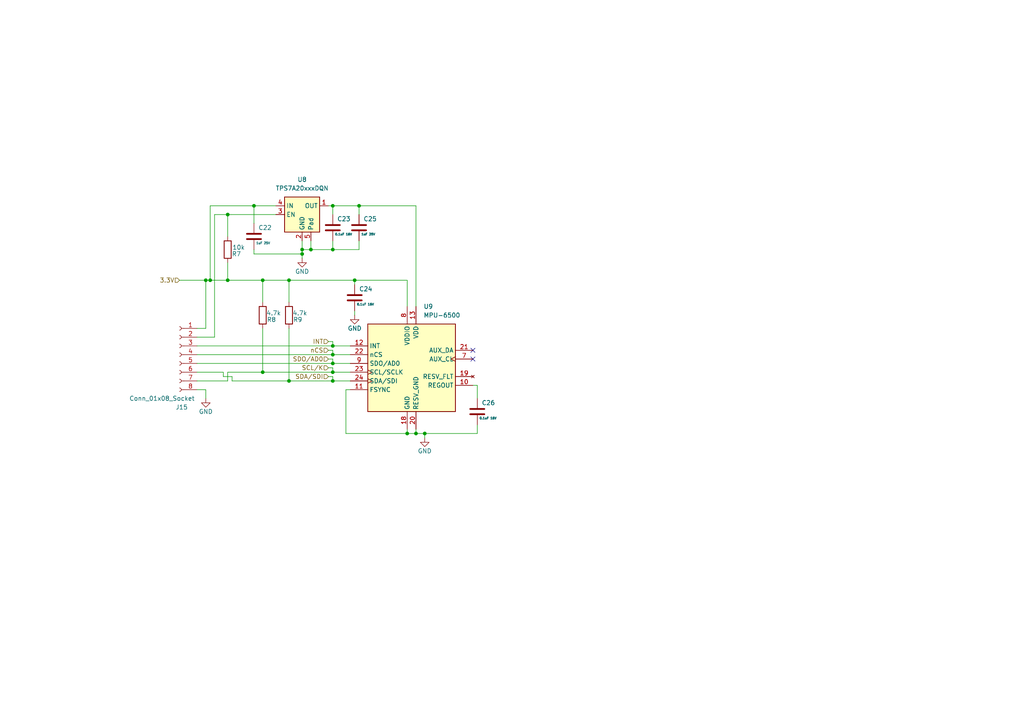
<source format=kicad_sch>
(kicad_sch (version 20231120) (generator "eeschema") (generator_version "8.0")
  (paper "A4")
  (lib_symbols
    (symbol "Connector:Conn_01x08_Socket" (pin_names (offset 1.016) hide)
      (property "Reference" "J" (at 0 10.16 0))
      (property "Value" "Conn_01x08_Socket" (at 0 -12.7 0))
      (symbol "Conn_01x08_Socket_1_1"
        (arc (start 0 -9.652) (mid -0.5058 -10.16) (end 0 -10.668) (stroke (width 0.1524)))
        (arc (start 0 -7.112) (mid -0.5058 -7.62) (end 0 -8.128) (stroke (width 0.1524)))
        (arc (start 0 -4.572) (mid -0.5058 -5.08) (end 0 -5.588) (stroke (width 0.1524)))
        (arc (start 0 -2.032) (mid -0.5058 -2.54) (end 0 -3.048) (stroke (width 0.1524)))
        (polyline (pts (xy -1.27 -10.16) (xy -0.508 -10.16)) (stroke (width 0.1524)))
        (polyline (pts (xy -1.27 -7.62) (xy -0.508 -7.62)) (stroke (width 0.1524)))
        (polyline (pts (xy -1.27 -5.08) (xy -0.508 -5.08)) (stroke (width 0.1524)))
        (polyline (pts (xy -1.27 -2.54) (xy -0.508 -2.54)) (stroke (width 0.1524)))
        (polyline (pts (xy -1.27 0) (xy -0.508 0)) (stroke (width 0.1524)))
        (polyline (pts (xy -1.27 2.54) (xy -0.508 2.54)) (stroke (width 0.1524)))
        (polyline (pts (xy -1.27 5.08) (xy -0.508 5.08)) (stroke (width 0.1524)))
        (polyline (pts (xy -1.27 7.62) (xy -0.508 7.62)) (stroke (width 0.1524)))
        (arc (start 0 0.508) (mid -0.5058 0) (end 0 -0.508) (stroke (width 0.1524)))
        (arc (start 0 3.048) (mid -0.5058 2.54) (end 0 2.032) (stroke (width 0.1524)))
        (arc (start 0 5.588) (mid -0.5058 5.08) (end 0 4.572) (stroke (width 0.1524)))
        (arc (start 0 8.128) (mid -0.5058 7.62) (end 0 7.112) (stroke (width 0.1524)))
        (pin passive line (at -5.08 7.62 0) (length 3.81) (name "Pin_1") (number "1"))
        (pin passive line (at -5.08 5.08 0) (length 3.81) (name "Pin_2") (number "2"))
        (pin passive line (at -5.08 2.54 0) (length 3.81) (name "Pin_3") (number "3"))
        (pin passive line (at -5.08 0 0) (length 3.81) (name "Pin_4") (number "4"))
        (pin passive line (at -5.08 -2.54 0) (length 3.81) (name "Pin_5") (number "5"))
        (pin passive line (at -5.08 -5.08 0) (length 3.81) (name "Pin_6") (number "6"))
        (pin passive line (at -5.08 -7.62 0) (length 3.81) (name "Pin_7") (number "7"))
        (pin passive line (at -5.08 -10.16 0) (length 3.81) (name "Pin_8") (number "8"))
      )
    )
    (symbol "Device:C" (pin_numbers hide) (pin_names (offset 0.254))
      (property "Reference" "C" (at 0.635 2.54 0))
      (property "Value" "C" (at 0.635 -2.54 0))
      (symbol "C_0_1"
        (polyline (pts (xy -2.032 -0.762) (xy 2.032 -0.762)) (stroke (width 0.508)))
        (polyline (pts (xy -2.032 0.762) (xy 2.032 0.762)) (stroke (width 0.508)))
      )
      (symbol "C_1_1"
        (pin passive line (at 0 3.81 270) (length 2.794) (name "~") (number "1"))
        (pin passive line (at 0 -3.81 90) (length 2.794) (name "~") (number "2"))
      )
    )
    (symbol "Device:R" (pin_numbers hide) (pin_names (offset 0))
      (property "Reference" "R" (at 2.032 0 90))
      (property "Value" "R" (at 0 0 90))
      (symbol "R_0_1"
        (rectangle (start -1.016 -2.54) (end 1.016 2.54) (stroke (width 0.254)))
      )
      (symbol "R_1_1"
        (pin passive line (at 0 3.81 270) (length 1.27) (name "~") (number "1"))
        (pin passive line (at 0 -3.81 90) (length 1.27) (name "~") (number "2"))
      )
    )
    (symbol "LesniakM_lib:MPU-6500"
      (property "Reference" "U" (at -11.43 13.97 0))
      (property "Value" "MPU-6500" (at 7.62 13.97 0))
      (symbol "MPU-6500_0_1"
        (rectangle (start -12.7 12.7) (end 12.7 -12.7) (stroke (width 0.254)) (fill (type background)))
      )
      (symbol "MPU-6500_1_1"
        (pin no_connect line (at -17.78 -10.16 0) (length 5.08) hide (name "NC") (number "1"))
        (pin passive line (at 17.78 -5.08 180) (length 5.08) (name "REGOUT") (number "10"))
        (pin output line (at -17.78 -6.35 0) (length 5.08) (name "FSYNC") (number "11"))
        (pin output line (at -17.78 6.35 0) (length 5.08) (name "INT") (number "12"))
        (pin no_connect line (at 12.7 -10.16 180) (length 5.08) hide (name "NC") (number "13"))
        (pin power_in line (at 1.27 17.78 270) (length 5.08) (name "VDD") (number "13"))
        (pin no_connect line (at 12.7 -10.16 180) (length 5.08) hide (name "NC") (number "14"))
        (pin no_connect line (at 12.7 -10.16 180) (length 5.08) hide (name "NC") (number "15"))
        (pin no_connect line (at 12.7 -10.16 180) (length 5.08) hide (name "NC") (number "16"))
        (pin no_connect line (at 12.7 -10.16 180) (length 5.08) hide (name "NC") (number "17"))
        (pin power_in line (at -1.27 -17.78 90) (length 5.08) (name "GND") (number "18"))
        (pin no_connect line (at 17.78 -2.54 180) (length 5.08) (name "RESV_FLT") (number "19"))
        (pin no_connect line (at -17.78 -10.16 0) (length 5.08) hide (name "NC") (number "2"))
        (pin passive line (at 1.27 -17.78 90) (length 5.08) (name "RESV_GND") (number "20"))
        (pin bidirectional line (at 17.78 5.08 180) (length 5.08) (name "AUX_DA") (number "21"))
        (pin input line (at -17.78 3.81 0) (length 5.08) (name "nCS") (number "22"))
        (pin output clock (at -17.78 -1.27 0) (length 5.08) (name "SCL/SCLK") (number "23"))
        (pin bidirectional clock (at -17.78 -3.81 0) (length 5.08) (name "SDA/SDI") (number "24"))
        (pin no_connect line (at -17.78 -10.16 0) (length 5.08) hide (name "NC") (number "3"))
        (pin no_connect line (at -17.78 -10.16 0) (length 5.08) hide (name "NC") (number "4"))
        (pin no_connect line (at -17.78 -10.16 0) (length 5.08) hide (name "NC") (number "5"))
        (pin no_connect line (at -17.78 -10.16 0) (length 5.08) hide (name "NC") (number "6"))
        (pin output clock (at 17.78 2.54 180) (length 5.08) (name "AUX_CL") (number "7"))
        (pin power_in line (at -1.27 17.78 270) (length 5.08) (name "VDDIO") (number "8"))
        (pin output line (at -17.78 1.27 0) (length 5.08) (name "SDO/AD0") (number "9"))
      )
    )
    (symbol "Regulator_Linear:TPS7A20xxxDQN"
      (property "Reference" "U" (at -3.81 6.35 0))
      (property "Value" "TPS7A20xxxDQN" (at 6.35 6.35 0))
      (symbol "TPS7A20xxxDQN_0_1"
        (rectangle (start -5.08 5.08) (end 5.08 -5.08) (stroke (width 0.254)) (fill (type background)))
        (pin power_out line (at 7.62 2.54 180) (length 2.54) (name "OUT") (number "1"))
        (pin power_in line (at 0 -7.62 90) (length 2.54) (name "GND") (number "2"))
        (pin input line (at -7.62 0 0) (length 2.54) (name "EN") (number "3"))
        (pin power_in line (at -7.62 2.54 0) (length 2.54) (name "IN") (number "4"))
      )
      (symbol "TPS7A20xxxDQN_1_1"
        (pin passive line (at 2.54 -7.62 90) (length 2.54) (name "Pad") (number "5"))
      )
    )
    (symbol "power:GND" (power) (pin_numbers hide) (pin_names (offset 0) hide)
      (property "Value" "GND" (at 0 -3.81 0))
      (symbol "GND_0_1"
        (polyline (pts (xy 0 0) (xy 0 -1.27) (xy 1.27 -1.27) (xy 0 -2.54) (xy -1.27 -1.27) (xy 0 -1.27)))
      )
      (symbol "GND_1_1"
        (pin power_in line (at 0 0 270) (length 0) (name "~") (number "1"))
      )
    )
  )
  (junction (at 96.52 110.49))
  (junction (at 96.52 100.33))
  (junction (at 96.52 107.95))
  (junction (at 87.63 72.39))
  (junction (at 66.04 81.28))
  (junction (at 76.2 107.95))
  (junction (at 123.19 125.73))
  (junction (at 96.52 102.87))
  (junction (at 118.11 125.73))
  (junction (at 66.04 62.23))
  (junction (at 96.52 105.41))
  (junction (at 104.14 59.69))
  (junction (at 83.82 110.49))
  (junction (at 83.82 81.28))
  (junction (at 102.87 81.28))
  (junction (at 73.66 59.69))
  (junction (at 96.52 72.39))
  (junction (at 59.69 81.28))
  (junction (at 76.2 81.28))
  (junction (at 90.17 72.39))
  (junction (at 96.52 59.69))
  (junction (at 87.63 73.66))
  (junction (at 120.65 125.73))
  (junction (at 60.96 81.28))
  (no_connect (at 137.16 101.6))
  (no_connect (at 137.16 104.14))
  (wire (pts (xy 118.11 124.46) (xy 118.11 125.73)))
  (wire (pts (xy 66.04 76.2) (xy 66.04 81.28)))
  (wire (pts (xy 80.01 62.23) (xy 66.04 62.23)))
  (wire (pts (xy 120.65 124.46) (xy 120.65 125.73)))
  (wire (pts (xy 95.25 106.68) (xy 96.52 106.68)))
  (wire (pts (xy 90.17 69.85) (xy 90.17 72.39)))
  (wire (pts (xy 60.96 81.28) (xy 60.96 59.69)))
  (wire (pts (xy 96.52 59.69) (xy 96.52 62.23)))
  (wire (pts (xy 96.52 109.22) (xy 96.52 110.49)))
  (wire (pts (xy 66.04 107.95) (xy 66.04 110.49)))
  (wire (pts (xy 57.15 110.49) (xy 66.04 110.49)))
  (wire (pts (xy 57.15 100.33) (xy 96.52 100.33)))
  (wire (pts (xy 76.2 81.28) (xy 76.2 87.63)))
  (wire (pts (xy 95.25 101.6) (xy 96.52 101.6)))
  (wire (pts (xy 73.66 59.69) (xy 80.01 59.69)))
  (wire (pts (xy 102.87 81.28) (xy 118.11 81.28)))
  (wire (pts (xy 95.25 109.22) (xy 96.52 109.22)))
  (wire (pts (xy 96.52 59.69) (xy 104.14 59.69)))
  (wire (pts (xy 73.66 72.39) (xy 73.66 73.66)))
  (wire (pts (xy 76.2 81.28) (xy 83.82 81.28)))
  (wire (pts (xy 87.63 73.66) (xy 87.63 74.93)))
  (wire (pts (xy 120.65 125.73) (xy 123.19 125.73)))
  (wire (pts (xy 96.52 104.14) (xy 96.52 105.41)))
  (wire (pts (xy 66.04 107.95) (xy 76.2 107.95)))
  (wire (pts (xy 66.04 62.23) (xy 66.04 68.58)))
  (wire (pts (xy 83.82 95.25) (xy 83.82 110.49)))
  (wire (pts (xy 96.52 102.87) (xy 101.6 102.87)))
  (wire (pts (xy 123.19 125.73) (xy 138.43 125.73)))
  (wire (pts (xy 59.69 95.25) (xy 57.15 95.25)))
  (wire (pts (xy 102.87 81.28) (xy 102.87 82.55)))
  (wire (pts (xy 123.19 125.73) (xy 123.19 127)))
  (wire (pts (xy 87.63 69.85) (xy 87.63 72.39)))
  (wire (pts (xy 96.52 110.49) (xy 101.6 110.49)))
  (wire (pts (xy 64.77 109.22) (xy 67.31 109.22)))
  (wire (pts (xy 76.2 107.95) (xy 96.52 107.95)))
  (wire (pts (xy 60.96 59.69) (xy 73.66 59.69)))
  (wire (pts (xy 52.07 81.28) (xy 59.69 81.28)))
  (wire (pts (xy 73.66 64.77) (xy 73.66 59.69)))
  (wire (pts (xy 96.52 106.68) (xy 96.52 107.95)))
  (wire (pts (xy 104.14 59.69) (xy 120.65 59.69)))
  (wire (pts (xy 96.52 100.33) (xy 101.6 100.33)))
  (wire (pts (xy 57.15 107.95) (xy 64.77 107.95)))
  (wire (pts (xy 95.25 99.06) (xy 96.52 99.06)))
  (wire (pts (xy 62.23 62.23) (xy 62.23 97.79)))
  (wire (pts (xy 59.69 81.28) (xy 59.69 95.25)))
  (wire (pts (xy 83.82 110.49) (xy 96.52 110.49)))
  (wire (pts (xy 60.96 81.28) (xy 66.04 81.28)))
  (wire (pts (xy 57.15 113.03) (xy 59.69 113.03)))
  (wire (pts (xy 90.17 72.39) (xy 96.52 72.39)))
  (wire (pts (xy 67.31 110.49) (xy 83.82 110.49)))
  (wire (pts (xy 76.2 95.25) (xy 76.2 107.95)))
  (wire (pts (xy 120.65 59.69) (xy 120.65 88.9)))
  (wire (pts (xy 96.52 72.39) (xy 104.14 72.39)))
  (wire (pts (xy 100.33 125.73) (xy 118.11 125.73)))
  (wire (pts (xy 83.82 81.28) (xy 102.87 81.28)))
  (wire (pts (xy 59.69 113.03) (xy 59.69 115.57)))
  (wire (pts (xy 100.33 113.03) (xy 100.33 125.73)))
  (wire (pts (xy 96.52 99.06) (xy 96.52 100.33)))
  (wire (pts (xy 83.82 81.28) (xy 83.82 87.63)))
  (wire (pts (xy 96.52 101.6) (xy 96.52 102.87)))
  (wire (pts (xy 104.14 72.39) (xy 104.14 69.85)))
  (wire (pts (xy 118.11 125.73) (xy 120.65 125.73)))
  (wire (pts (xy 66.04 81.28) (xy 76.2 81.28)))
  (wire (pts (xy 104.14 59.69) (xy 104.14 62.23)))
  (wire (pts (xy 95.25 59.69) (xy 96.52 59.69)))
  (wire (pts (xy 138.43 111.76) (xy 137.16 111.76)))
  (wire (pts (xy 102.87 90.17) (xy 102.87 91.44)))
  (wire (pts (xy 57.15 105.41) (xy 96.52 105.41)))
  (wire (pts (xy 96.52 107.95) (xy 101.6 107.95)))
  (wire (pts (xy 95.25 104.14) (xy 96.52 104.14)))
  (wire (pts (xy 64.77 107.95) (xy 64.77 109.22)))
  (wire (pts (xy 87.63 72.39) (xy 90.17 72.39)))
  (wire (pts (xy 138.43 125.73) (xy 138.43 123.19)))
  (wire (pts (xy 66.04 62.23) (xy 62.23 62.23)))
  (wire (pts (xy 67.31 109.22) (xy 67.31 110.49)))
  (wire (pts (xy 101.6 113.03) (xy 100.33 113.03)))
  (wire (pts (xy 138.43 115.57) (xy 138.43 111.76)))
  (wire (pts (xy 57.15 102.87) (xy 96.52 102.87)))
  (wire (pts (xy 87.63 72.39) (xy 87.63 73.66)))
  (wire (pts (xy 96.52 69.85) (xy 96.52 72.39)))
  (wire (pts (xy 96.52 105.41) (xy 101.6 105.41)))
  (wire (pts (xy 118.11 81.28) (xy 118.11 88.9)))
  (wire (pts (xy 73.66 73.66) (xy 87.63 73.66)))
  (wire (pts (xy 59.69 81.28) (xy 60.96 81.28)))
  (wire (pts (xy 62.23 97.79) (xy 57.15 97.79)))
  (hierarchical_label "SCL{slash}K" (shape input) (at 95.25 106.68 180))
  (hierarchical_label "INT" (shape input) (at 95.25 99.06 180))
  (hierarchical_label "3.3V" (shape input) (at 52.07 81.28 180))
  (hierarchical_label "SDA{slash}SDI" (shape input) (at 95.25 109.22 180))
  (hierarchical_label "nCS" (shape input) (at 95.25 101.6 180))
  (hierarchical_label "SDO{slash}AD0" (shape input) (at 95.25 104.14 180))
  (symbol (lib_id "Device:C") (at 102.87 86.36 0) (unit 1)
    (property "Reference" "C24" (at 104.14 83.82 0) (effects (justify left)))
    (property "Value" "0.1uF 16V" (at 103.505 88.265 0) (effects (font (size 0.635 0.635)) (justify left)))
    (property "Footprint" "Capacitor_SMD:C_0402_1005Metric" (effects (hide yes)))
    (property "Datasheet" "16V 100nF X7R ±10% 0402 Multilayer Ceramic Capacitors MLCC - SMD/SMT ROHS" (effects (hide yes)))
    (property "Description" "16V 100nF X7R ±10% 0402 Multilayer Ceramic Capacitors MLCC - SMD/SMT ROHS" (effects (hide yes)))
    (property "MANF#" "CL05B104KO5NNNC" (effects (hide yes)))
    (property "MANF" "Samsung Electro-Mechanics" (effects (hide yes)))
    (property "JLCPCB#" "C1525" (effects (hide yes)))
    (property "LCSC Part #" "C1525" (effects (hide yes)))
  )
  (symbol (lib_id "power:GND") (at 102.87 91.44 0) (unit 1)
    (property "Reference" "#PWR027" (effects (hide yes)))
    (property "Value" "GND" (at 102.87 95.25 0))
    (property "Description" "Power symbol creates a global label with name \"GND\" , ground" (effects (hide yes)))
  )
  (symbol (lib_id "power:GND") (at 59.69 115.57 0) (unit 1)
    (property "Reference" "#PWR025" (effects (hide yes)))
    (property "Value" "GND" (at 59.69 119.38 0))
    (property "Description" "Power symbol creates a global label with name \"GND\" , ground" (effects (hide yes)))
  )
  (symbol (lib_id "Device:R") (at 83.82 91.44 180) (unit 1)
    (property "Reference" "R9" (at 86.36 92.71 0))
    (property "Value" "4.7k" (at 86.995 90.805 0))
    (property "Footprint" "Resistor_SMD:R_0603_1608Metric" (effects (hide yes)))
    (property "Description" "100mW Thick Film Resistors 75V ±100ppm/℃ ±1% 4.7kΩ 0603 Chip Resistor - Surface Mount ROHS" (effects (hide yes)))
    (property "MANF#" "0603WAF4701T5E" (effects (hide yes)))
    (property "MANF" "UNI-ROYAL(Uniroyal Elec) " (effects (hide yes)))
    (property "JLCPCB#" "C23162" (effects (hide yes)))
    (property "LCSC Part #" "C23162" (effects (hide yes)))
  )
  (symbol (lib_id "Regulator_Linear:TPS7A20xxxDQN") (at 87.63 62.23 0) (unit 1)
    (property "Reference" "U8" (at 87.63 52.07 0))
    (property "Value" "TPS7A20xxxDQN" (at 87.63 54.61 0))
    (property "Footprint" "Package_SON:Texas_X2SON-4_1x1mm_P0.65mm" (effects (hide yes)))
    (property "Datasheet" "https://www.ti.com/lit/ds/symlink/tps7a20.pdf" (effects (hide yes)))
    (property "Description" "300 mA Low Dropout Voltage Regulator, Fixed Output, 1.6..6.0Vin, Low-Noise (7μV RMS), 6.5μA IQ LDO, X2SON-5" (effects (hide yes)))
    (property "MANF#" " TPS7A2018PDQNR" (effects (hide yes)))
    (property "JLCPCB#" "C2878130" (effects (hide yes)))
    (property "LCSC Part #" "C2878130" (effects (hide yes)))
  )
  (symbol (lib_id "Device:C") (at 138.43 119.38 0) (unit 1)
    (property "Reference" "C26" (at 139.7 116.84 0) (effects (justify left)))
    (property "Value" "0.1uF 16V" (at 139.065 121.285 0) (effects (font (size 0.635 0.635)) (justify left)))
    (property "Footprint" "Capacitor_SMD:C_0402_1005Metric" (effects (hide yes)))
    (property "Datasheet" "16V 100nF X7R ±10% 0402 Multilayer Ceramic Capacitors MLCC - SMD/SMT ROHS" (effects (hide yes)))
    (property "Description" "16V 100nF X7R ±10% 0402 Multilayer Ceramic Capacitors MLCC - SMD/SMT ROHS" (effects (hide yes)))
    (property "MANF#" "CL05B104KO5NNNC" (effects (hide yes)))
    (property "MANF" "Samsung Electro-Mechanics" (effects (hide yes)))
    (property "JLCPCB#" "C1525" (effects (hide yes)))
    (property "LCSC Part #" "C1525" (effects (hide yes)))
  )
  (symbol (lib_id "power:GND") (at 87.63 74.93 0) (unit 1)
    (property "Reference" "#PWR026" (effects (hide yes)))
    (property "Value" "GND" (at 87.63 78.74 0))
    (property "Description" "Power symbol creates a global label with name \"GND\" , ground" (effects (hide yes)))
  )
  (symbol (lib_id "Device:C") (at 73.66 68.58 0) (unit 1)
    (property "Reference" "C22" (at 74.93 66.04 0) (effects (justify left)))
    (property "Value" "1uF 25V" (at 74.295 70.485 0) (effects (font (size 0.635 0.635)) (justify left)))
    (property "Footprint" "Capacitor_SMD:C_0402_1005Metric" (effects (hide yes)))
    (property "Description" "25V 1uF X5R ±10% 0402 Multilayer Ceramic Capacitors MLCC - SMD/SMT ROHS" (effects (hide yes)))
    (property "MANF#" "CL05A105KA5NQNC" (effects (hide yes)))
    (property "MANF" "Samsung Electro-Mechanics" (effects (hide yes)))
    (property "JLCPCB#" " C52923" (effects (hide yes)))
    (property "LCSC Part #" " C52923" (effects (hide yes)))
  )
  (symbol (lib_id "Connector:Conn_01x08_Socket") (at 52.07 102.87 0) (mirror y) (unit 1)
    (property "Reference" "J15" (at 52.705 118.11 0))
    (property "Value" "Conn_01x08_Socket" (at 46.99 115.57 0))
    (property "Footprint" "Connector_PinSocket_2.54mm:PinSocket_1x08_P2.54mm_Vertical" (effects (hide yes)))
    (property "Description" "Generic connector, single row, 01x08, script generated" (effects (hide yes)))
  )
  (symbol (lib_id "power:GND") (at 123.19 127 0) (unit 1)
    (property "Reference" "#PWR028" (effects (hide yes)))
    (property "Value" "GND" (at 123.19 130.81 0))
    (property "Description" "Power symbol creates a global label with name \"GND\" , ground" (effects (hide yes)))
  )
  (symbol (lib_id "LesniakM_lib:MPU-6500") (at 119.38 106.68 0) (unit 1)
    (property "Reference" "U9" (at 122.8441 88.9 0) (effects (justify left)))
    (property "Value" "MPU-6500" (at 122.8441 91.44 0) (effects (justify left)))
    (property "Footprint" "Sensor_Motion:InvenSense_QFN-24_3x3mm_P0.4mm" (effects (hide yes)))
    (property "Datasheet" "https://invensense.tdk.com/wp-content/uploads/2020/06/PS-MPU-6500A-01-v1.3.pdf" (effects (hide yes)))
    (property "Description" "InvenSense 6-Axis Motion Sensor, Gyroscope, Accelerometer, I2C/SPI" (effects (hide yes)))
    (property "MANF" "TDK InvenSense" (effects (hide yes)))
    (property "MANF#" "MPU-6500" (effects (hide yes)))
    (property "JLCPCB#" "C50278" (effects (hide yes)))
    (property "LCSC Part #" "C50278" (effects (hide yes)))
  )
  (symbol (lib_id "Device:R") (at 76.2 91.44 180) (unit 1)
    (property "Reference" "R8" (at 78.74 92.71 0))
    (property "Value" "4.7k" (at 79.375 90.805 0))
    (property "Footprint" "Resistor_SMD:R_0603_1608Metric" (effects (hide yes)))
    (property "Description" "100mW Thick Film Resistors 75V ±100ppm/℃ ±1% 4.7kΩ 0603 Chip Resistor - Surface Mount ROHS" (effects (hide yes)))
    (property "MANF#" "0603WAF4701T5E" (effects (hide yes)))
    (property "MANF" "UNI-ROYAL(Uniroyal Elec) " (effects (hide yes)))
    (property "JLCPCB#" "C23162" (effects (hide yes)))
    (property "LCSC Part #" "C23162" (effects (hide yes)))
  )
  (symbol (lib_id "Device:C") (at 96.52 66.04 0) (unit 1)
    (property "Reference" "C23" (at 97.79 63.5 0) (effects (justify left)))
    (property "Value" "0.1uF 16V" (at 97.155 67.945 0) (effects (font (size 0.635 0.635)) (justify left)))
    (property "Footprint" "Capacitor_SMD:C_0402_1005Metric" (effects (hide yes)))
    (property "Datasheet" "16V 100nF X7R ±10% 0402 Multilayer Ceramic Capacitors MLCC - SMD/SMT ROHS" (effects (hide yes)))
    (property "Description" "16V 100nF X7R ±10% 0402 Multilayer Ceramic Capacitors MLCC - SMD/SMT ROHS" (effects (hide yes)))
    (property "MANF#" "CL05B104KO5NNNC" (effects (hide yes)))
    (property "MANF" "Samsung Electro-Mechanics" (effects (hide yes)))
    (property "JLCPCB#" "C1525" (effects (hide yes)))
    (property "LCSC Part #" "C1525" (effects (hide yes)))
  )
  (symbol (lib_id "Device:R") (at 66.04 72.39 180) (unit 1)
    (property "Reference" "R7" (at 68.58 73.66 0))
    (property "Value" "10k" (at 69.215 71.755 0))
    (property "Footprint" "Resistor_SMD:R_0603_1608Metric" (effects (hide yes)))
    (property "Description" "100mW Thick Film Resistors 75V ±100ppm/℃ ±1% 10kΩ 0603 Chip Resistor - Surface Mount ROHS" (effects (hide yes)))
    (property "MANF#" "0603WAF1002T5E" (effects (hide yes)))
    (property "MANF" "UNI-ROYAL(Uniroyal Elec) " (effects (hide yes)))
    (property "JLCPCB#" "C25804" (effects (hide yes)))
    (property "LCSC Part #" "C25804" (effects (hide yes)))
  )
  (symbol (lib_id "Device:C") (at 104.14 66.04 0) (unit 1)
    (property "Reference" "C25" (at 105.41 63.5 0) (effects (justify left)))
    (property "Value" "1uF 25V" (at 104.775 67.945 0) (effects (font (size 0.635 0.635)) (justify left)))
    (property "Footprint" "Capacitor_SMD:C_0402_1005Metric" (effects (hide yes)))
    (property "Description" "25V 1uF X5R ±10% 0402 Multilayer Ceramic Capacitors MLCC - SMD/SMT ROHS" (effects (hide yes)))
    (property "MANF#" "CL05A105KA5NQNC" (effects (hide yes)))
    (property "MANF" "Samsung Electro-Mechanics" (effects (hide yes)))
    (property "JLCPCB#" " C52923" (effects (hide yes)))
    (property "LCSC Part #" " C52923" (effects (hide yes)))
  )
)
</source>
